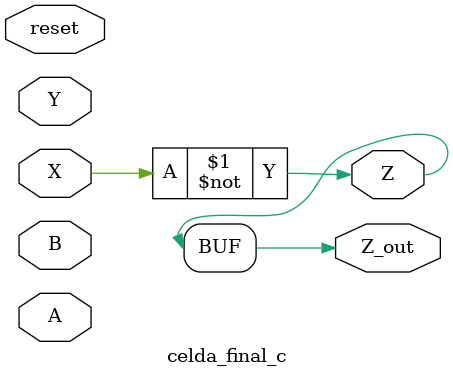
<source format=v>
module celda_final_c(
    input wire  X,
    input wire  Y,
    input wire A,
    input wire B,
    input reset,
    output wire Z,
    output wire Z_out
); 
//Declaracion de variables para conectarlas al modulo, (x,y) son las entradas y (Z) son las salidas.
    assign Z =  ~X;
    assign Z_out= Z;
//X corresponde a la funcion obtenida a mano resolviendo la red iterativa, Z = (y')() y x = 0. 
//Ademas, la senal Z_out es la que vamos a considerar como 'Z disparada en bajo'
endmodule


</source>
